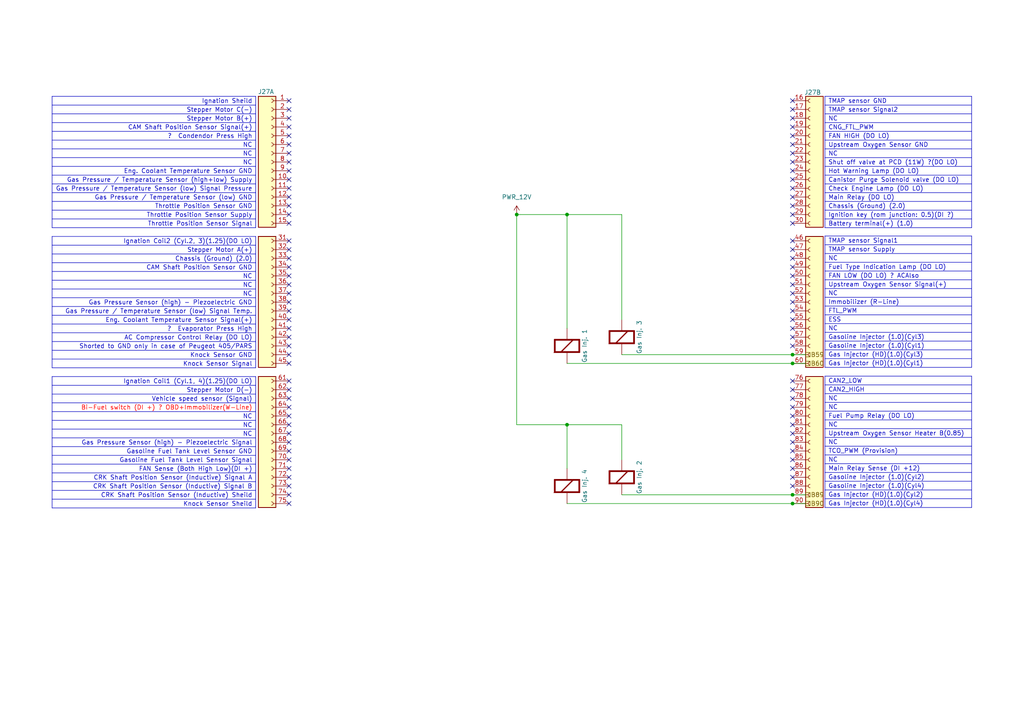
<source format=kicad_sch>
(kicad_sch (version 20250114) (generator "eeschema") (generator_version "9.0")
  (paper "A4")
  (lib_symbols
    (symbol "Elektuur_1:Re" (pin_numbers (hide yes)) (pin_names (offset 0) (hide yes))
      (property "Reference" "Re" (at 0.635 3.175 0))
      (property "Value" "Re" (at 0.635 -3.175 0))
      (symbol "Re_1_0"
        (pin passive line (at 0 5.08 270) (length 3.175) (name "+") (number "1"))
        (pin passive line (at 0 -5.08 90) (length 3.175) (name "-") (number "2"))
      )
      (symbol "Re_1_1"
        (polyline (pts (xy -3.683 -1.905) (xy 3.683 -1.905) (xy 3.683 1.905) (xy -3.683 1.905) (xy -3.683 -1.905) (xy -3.429 -1.651) (xy -3.429 1.651) (xy 3.429 1.651) (xy 3.429 -1.651) (xy -3.429 -1.651) (xy -3.683 -1.905)) (stroke (width 0.254)) (fill (type outline)))
        (polyline (pts (xy -1.778 -1.778) (xy 1.778 1.778)) (stroke (width 0.3556)))
      )
      (symbol "Re_1_2"
        (polyline (pts (xy -3.683 -1.905) (xy 3.683 -1.905) (xy 3.683 1.905) (xy -3.683 1.905) (xy -3.683 -1.905) (xy -3.429 -1.651) (xy -3.429 1.651) (xy 3.429 1.651) (xy 3.429 -1.651) (xy -3.429 -1.651) (xy -3.683 -1.905)) (stroke (width 0.254)) (fill (type outline)))
      )
    )
    (symbol "fab:PWR_12V" (power) (pin_names (offset 0))
      (property "Value" "PWR_12V" (at 0 3.556 0))
      (symbol "PWR_12V_0_1"
        (polyline (pts (xy -0.762 1.27) (xy 0 2.54)))
        (polyline (pts (xy 0 2.54) (xy 0.762 1.27)))
        (polyline (pts (xy 0 0) (xy 0 2.54)))
      )
      (symbol "PWR_12V_1_1"
        (pin power_in line (at 0 0 90) (length 0) (hide yes) (name "PWR_12V") (number "1"))
      )
    )
    (symbol "sicma_socket:Conn_01x90_3Row_Socket" (pin_names (offset 1.016) (hide yes))
      (property "Reference" "J" (at 1.524 60.833 0))
      (property "Value" "Conn_01x90_3Row_Socket" (at 1.397 -61.214 0))
      (symbol "Conn_01x90_3Row_Socket_1_1"
        (rectangle (start -0.508 59.69) (end 4.572 21.717) (stroke (width 0.254)) (fill (type background)))
        (polyline (pts (xy -0.508 58.42) (xy 0.254 58.42)) (stroke (width 0.1524)))
        (polyline (pts (xy -0.508 55.88) (xy 0.254 55.88)) (stroke (width 0.1524)))
        (polyline (pts (xy -0.508 53.34) (xy 0.254 53.34)) (stroke (width 0.1524)))
        (polyline (pts (xy -0.508 50.8) (xy 0.254 50.8)) (stroke (width 0.1524)))
        (polyline (pts (xy -0.508 48.26) (xy 0.254 48.26)) (stroke (width 0.1524)))
        (polyline (pts (xy -0.508 45.72) (xy 0.254 45.72)) (stroke (width 0.1524)))
        (polyline (pts (xy -0.508 43.18) (xy 0.254 43.18)) (stroke (width 0.1524)))
        (polyline (pts (xy -0.508 40.64) (xy 0.254 40.64)) (stroke (width 0.1524)))
        (polyline (pts (xy -0.508 38.1) (xy 0.254 38.1)) (stroke (width 0.1524)))
        (polyline (pts (xy -0.508 35.56) (xy 0.254 35.56)) (stroke (width 0.1524)))
        (polyline (pts (xy -0.508 33.02) (xy 0.254 33.02)) (stroke (width 0.1524)))
        (polyline (pts (xy -0.508 30.48) (xy 0.254 30.48)) (stroke (width 0.1524)))
        (polyline (pts (xy -0.508 27.94) (xy 0.254 27.94)) (stroke (width 0.1524)))
        (polyline (pts (xy -0.508 25.4) (xy 0.254 25.4)) (stroke (width 0.1524)))
        (polyline (pts (xy -0.508 22.86) (xy 0.254 22.86)) (stroke (width 0.1524)))
        (rectangle (start -0.508 19.05) (end 4.572 -18.923) (stroke (width 0.254)) (fill (type background)))
        (polyline (pts (xy -0.508 17.78) (xy 0.254 17.78)) (stroke (width 0.1524)))
        (polyline (pts (xy -0.508 15.24) (xy 0.254 15.24)) (stroke (width 0.1524)))
        (polyline (pts (xy -0.508 12.7) (xy 0.254 12.7)) (stroke (width 0.1524)))
        (polyline (pts (xy -0.508 10.16) (xy 0.254 10.16)) (stroke (width 0.1524)))
        (polyline (pts (xy -0.508 7.62) (xy 0.254 7.62)) (stroke (width 0.1524)))
        (polyline (pts (xy -0.508 5.08) (xy 0.254 5.08)) (stroke (width 0.1524)))
        (polyline (pts (xy -0.508 2.54) (xy 0.254 2.54)) (stroke (width 0.1524)))
        (polyline (pts (xy -0.508 0) (xy 0.254 0)) (stroke (width 0.1524)))
        (polyline (pts (xy -0.508 -2.54) (xy 0.254 -2.54)) (stroke (width 0.1524)))
        (polyline (pts (xy -0.508 -5.08) (xy 0.254 -5.08)) (stroke (width 0.1524)))
        (polyline (pts (xy -0.508 -7.62) (xy 0.254 -7.62)) (stroke (width 0.1524)))
        (polyline (pts (xy -0.508 -10.16) (xy 0.254 -10.16)) (stroke (width 0.1524)))
        (polyline (pts (xy -0.508 -12.7) (xy 0.254 -12.7)) (stroke (width 0.1524)))
        (polyline (pts (xy -0.508 -15.24) (xy 0.254 -15.24)) (stroke (width 0.1524)))
        (polyline (pts (xy -0.508 -17.78) (xy 0.254 -17.78)) (stroke (width 0.1524)))
        (rectangle (start -0.508 -21.59) (end 4.572 -59.563) (stroke (width 0.254)) (fill (type background)))
        (polyline (pts (xy -0.508 -22.86) (xy 0.254 -22.86)) (stroke (width 0.1524)))
        (polyline (pts (xy -0.508 -25.4) (xy 0.254 -25.4)) (stroke (width 0.1524)))
        (polyline (pts (xy -0.508 -27.94) (xy 0.254 -27.94)) (stroke (width 0.1524)))
        (polyline (pts (xy -0.508 -30.48) (xy 0.254 -30.48)) (stroke (width 0.1524)))
        (polyline (pts (xy -0.508 -33.02) (xy 0.254 -33.02)) (stroke (width 0.1524)))
        (polyline (pts (xy -0.508 -35.56) (xy 0.254 -35.56)) (stroke (width 0.1524)))
        (polyline (pts (xy -0.508 -38.1) (xy 0.254 -38.1)) (stroke (width 0.1524)))
        (polyline (pts (xy -0.508 -40.64) (xy 0.254 -40.64)) (stroke (width 0.1524)))
        (polyline (pts (xy -0.508 -43.18) (xy 0.254 -43.18)) (stroke (width 0.1524)))
        (polyline (pts (xy -0.508 -45.72) (xy 0.254 -45.72)) (stroke (width 0.1524)))
        (polyline (pts (xy -0.508 -48.26) (xy 0.254 -48.26)) (stroke (width 0.1524)))
        (polyline (pts (xy -0.508 -50.8) (xy 0.254 -50.8)) (stroke (width 0.1524)))
        (polyline (pts (xy -0.508 -53.34) (xy 0.254 -53.34)) (stroke (width 0.1524)))
        (polyline (pts (xy -0.508 -55.88) (xy 0.254 -55.88)) (stroke (width 0.1524)))
        (polyline (pts (xy -0.508 -58.42) (xy 0.254 -58.42)) (stroke (width 0.1524)))
        (arc (start 0.762 57.912) (mid 0.2562 58.42) (end 0.762 58.928) (stroke (width 0.1524)))
        (arc (start 0.762 55.372) (mid 0.2562 55.88) (end 0.762 56.388) (stroke (width 0.1524)))
        (arc (start 0.762 52.832) (mid 0.2562 53.34) (end 0.762 53.848) (stroke (width 0.1524)))
        (arc (start 0.762 50.292) (mid 0.2562 50.8) (end 0.762 51.308) (stroke (width 0.1524)))
        (arc (start 0.762 47.752) (mid 0.2562 48.26) (end 0.762 48.768) (stroke (width 0.1524)))
        (arc (start 0.762 45.212) (mid 0.2562 45.72) (end 0.762 46.228) (stroke (width 0.1524)))
        (arc (start 0.762 42.672) (mid 0.2562 43.18) (end 0.762 43.688) (stroke (width 0.1524)))
        (arc (start 0.762 40.132) (mid 0.2562 40.64) (end 0.762 41.148) (stroke (width 0.1524)))
        (arc (start 0.762 37.592) (mid 0.2562 38.1) (end 0.762 38.608) (stroke (width 0.1524)))
        (arc (start 0.762 35.052) (mid 0.2562 35.56) (end 0.762 36.068) (stroke (width 0.1524)))
        (arc (start 0.762 32.512) (mid 0.2562 33.02) (end 0.762 33.528) (stroke (width 0.1524)))
        (arc (start 0.762 29.972) (mid 0.2562 30.48) (end 0.762 30.988) (stroke (width 0.1524)))
        (arc (start 0.762 27.432) (mid 0.2562 27.94) (end 0.762 28.448) (stroke (width 0.1524)))
        (arc (start 0.762 24.892) (mid 0.2562 25.4) (end 0.762 25.908) (stroke (width 0.1524)))
        (arc (start 0.762 22.352) (mid 0.2562 22.86) (end 0.762 23.368) (stroke (width 0.1524)))
        (arc (start 0.762 17.272) (mid 0.2562 17.78) (end 0.762 18.288) (stroke (width 0.1524)))
        (arc (start 0.762 14.732) (mid 0.2562 15.24) (end 0.762 15.748) (stroke (width 0.1524)))
        (arc (start 0.762 12.192) (mid 0.2562 12.7) (end 0.762 13.208) (stroke (width 0.1524)))
        (arc (start 0.762 9.652) (mid 0.2562 10.16) (end 0.762 10.668) (stroke (width 0.1524)))
        (arc (start 0.762 7.112) (mid 0.2562 7.62) (end 0.762 8.128) (stroke (width 0.1524)))
        (arc (start 0.762 4.572) (mid 0.2562 5.08) (end 0.762 5.588) (stroke (width 0.1524)))
        (arc (start 0.762 2.032) (mid 0.2562 2.54) (end 0.762 3.048) (stroke (width 0.1524)))
        (arc (start 0.762 -0.508) (mid 0.2562 0) (end 0.762 0.508) (stroke (width 0.1524)))
        (arc (start 0.762 -3.048) (mid 0.2562 -2.54) (end 0.762 -2.032) (stroke (width 0.1524)))
        (arc (start 0.762 -5.588) (mid 0.2562 -5.08) (end 0.762 -4.572) (stroke (width 0.1524)))
        (arc (start 0.762 -8.128) (mid 0.2562 -7.62) (end 0.762 -7.112) (stroke (width 0.1524)))
        (arc (start 0.762 -10.668) (mid 0.2562 -10.16) (end 0.762 -9.652) (stroke (width 0.1524)))
        (arc (start 0.762 -13.208) (mid 0.2562 -12.7) (end 0.762 -12.192) (stroke (width 0.1524)))
        (arc (start 0.762 -15.748) (mid 0.2562 -15.24) (end 0.762 -14.732) (stroke (width 0.1524)))
        (arc (start 0.762 -18.288) (mid 0.2562 -17.78) (end 0.762 -17.272) (stroke (width 0.1524)))
        (arc (start 0.762 -23.368) (mid 0.2562 -22.86) (end 0.762 -22.352) (stroke (width 0.1524)))
        (arc (start 0.762 -25.908) (mid 0.2562 -25.4) (end 0.762 -24.892) (stroke (width 0.1524)))
        (arc (start 0.762 -28.448) (mid 0.2562 -27.94) (end 0.762 -27.432) (stroke (width 0.1524)))
        (arc (start 0.762 -30.988) (mid 0.2562 -30.48) (end 0.762 -29.972) (stroke (width 0.1524)))
        (arc (start 0.762 -33.528) (mid 0.2562 -33.02) (end 0.762 -32.512) (stroke (width 0.1524)))
        (arc (start 0.762 -36.068) (mid 0.2562 -35.56) (end 0.762 -35.052) (stroke (width 0.1524)))
        (arc (start 0.762 -38.608) (mid 0.2562 -38.1) (end 0.762 -37.592) (stroke (width 0.1524)))
        (arc (start 0.762 -41.148) (mid 0.2562 -40.64) (end 0.762 -40.132) (stroke (width 0.1524)))
        (arc (start 0.762 -43.688) (mid 0.2562 -43.18) (end 0.762 -42.672) (stroke (width 0.1524)))
        (arc (start 0.762 -46.228) (mid 0.2562 -45.72) (end 0.762 -45.212) (stroke (width 0.1524)))
        (arc (start 0.762 -48.768) (mid 0.2562 -48.26) (end 0.762 -47.752) (stroke (width 0.1524)))
        (arc (start 0.762 -51.308) (mid 0.2562 -50.8) (end 0.762 -50.292) (stroke (width 0.1524)))
        (arc (start 0.762 -53.848) (mid 0.2562 -53.34) (end 0.762 -52.832) (stroke (width 0.1524)))
        (arc (start 0.762 -56.388) (mid 0.2562 -55.88) (end 0.762 -55.372) (stroke (width 0.1524)))
        (arc (start 0.762 -58.928) (mid 0.2562 -58.42) (end 0.762 -57.912) (stroke (width 0.1524)))
        (pin passive line (at -4.318 58.42 0) (length 3.81) (name "A1") (number "1"))
        (pin passive line (at -4.318 55.88 0) (length 3.81) (name "A2") (number "2"))
        (pin passive line (at -4.318 53.34 0) (length 3.81) (name "A3") (number "3"))
        (pin passive line (at -4.318 50.8 0) (length 3.81) (name "A4") (number "4"))
        (pin passive line (at -4.318 48.26 0) (length 3.81) (name "A5") (number "5"))
        (pin passive line (at -4.318 45.72 0) (length 3.81) (name "A6") (number "6"))
        (pin passive line (at -4.318 43.18 0) (length 3.81) (name "A7") (number "7"))
        (pin passive line (at -4.318 40.64 0) (length 3.81) (name "A8") (number "8"))
        (pin passive line (at -4.318 38.1 0) (length 3.81) (name "A9") (number "9"))
        (pin passive line (at -4.318 35.56 0) (length 3.81) (name "A10") (number "10"))
        (pin passive line (at -4.318 33.02 0) (length 3.81) (name "A11") (number "11"))
        (pin passive line (at -4.318 30.48 0) (length 3.81) (name "A12") (number "12"))
        (pin passive line (at -4.318 27.94 0) (length 3.81) (name "A13") (number "13"))
        (pin passive line (at -4.318 25.4 0) (length 3.81) (name "A14") (number "14"))
        (pin passive line (at -4.318 22.86 0) (length 3.81) (name "A15") (number "15"))
        (pin passive line (at -4.318 17.78 0) (length 3.81) (name "A31") (number "31"))
        (pin passive line (at -4.318 15.24 0) (length 3.81) (name "A32") (number "32"))
        (pin passive line (at -4.318 12.7 0) (length 3.81) (name "A33") (number "33"))
        (pin passive line (at -4.318 10.16 0) (length 3.81) (name "A34") (number "34"))
        (pin passive line (at -4.318 7.62 0) (length 3.81) (name "A35") (number "35"))
        (pin passive line (at -4.318 5.08 0) (length 3.81) (name "A36") (number "36"))
        (pin passive line (at -4.318 2.54 0) (length 3.81) (name "A37") (number "37"))
        (pin passive line (at -4.318 0 0) (length 3.81) (name "A38") (number "38"))
        (pin passive line (at -4.318 -2.54 0) (length 3.81) (name "A39") (number "39"))
        (pin passive line (at -4.318 -5.08 0) (length 3.81) (name "A40") (number "40"))
        (pin passive line (at -4.318 -7.62 0) (length 3.81) (name "A41") (number "41"))
        (pin passive line (at -4.318 -10.16 0) (length 3.81) (name "A42") (number "42"))
        (pin passive line (at -4.318 -12.7 0) (length 3.81) (name "A43") (number "43"))
        (pin passive line (at -4.318 -15.24 0) (length 3.81) (name "A44") (number "44"))
        (pin passive line (at -4.318 -17.78 0) (length 3.81) (name "A45") (number "45"))
        (pin passive line (at -4.318 -22.86 0) (length 3.81) (name "A61") (number "61"))
        (pin passive line (at -4.318 -25.4 0) (length 3.81) (name "A62") (number "62"))
        (pin passive line (at -4.318 -27.94 0) (length 3.81) (name "A63") (number "63"))
        (pin passive line (at -4.318 -30.48 0) (length 3.81) (name "A64") (number "64"))
        (pin passive line (at -4.318 -33.02 0) (length 3.81) (name "A65") (number "65"))
        (pin passive line (at -4.318 -35.56 0) (length 3.81) (name "A66") (number "66"))
        (pin passive line (at -4.318 -38.1 0) (length 3.81) (name "A67") (number "67"))
        (pin passive line (at -4.318 -40.64 0) (length 3.81) (name "A68") (number "68"))
        (pin passive line (at -4.318 -43.18 0) (length 3.81) (name "A69") (number "69"))
        (pin passive line (at -4.318 -45.72 0) (length 3.81) (name "A70") (number "70"))
        (pin passive line (at -4.318 -48.26 0) (length 3.81) (name "A71") (number "71"))
        (pin passive line (at -4.318 -50.8 0) (length 3.81) (name "A72") (number "72"))
        (pin passive line (at -4.318 -53.34 0) (length 3.81) (name "A73") (number "73"))
        (pin passive line (at -4.318 -55.88 0) (length 3.81) (name "A74") (number "74"))
        (pin passive line (at -4.318 -58.42 0) (length 3.81) (name "A75") (number "75"))
      )
      (symbol "Conn_01x90_3Row_Socket_2_1"
        (rectangle (start -0.508 59.69) (end 4.572 21.717) (stroke (width 0.254)) (fill (type background)))
        (polyline (pts (xy -0.508 58.42) (xy 0.254 58.42)) (stroke (width 0.1524)))
        (polyline (pts (xy -0.508 55.88) (xy 0.254 55.88)) (stroke (width 0.1524)))
        (polyline (pts (xy -0.508 53.34) (xy 0.254 53.34)) (stroke (width 0.1524)))
        (polyline (pts (xy -0.508 50.8) (xy 0.254 50.8)) (stroke (width 0.1524)))
        (polyline (pts (xy -0.508 48.26) (xy 0.254 48.26)) (stroke (width 0.1524)))
        (polyline (pts (xy -0.508 45.72) (xy 0.254 45.72)) (stroke (width 0.1524)))
        (polyline (pts (xy -0.508 43.18) (xy 0.254 43.18)) (stroke (width 0.1524)))
        (polyline (pts (xy -0.508 40.64) (xy 0.254 40.64)) (stroke (width 0.1524)))
        (polyline (pts (xy -0.508 38.1) (xy 0.254 38.1)) (stroke (width 0.1524)))
        (polyline (pts (xy -0.508 35.56) (xy 0.254 35.56)) (stroke (width 0.1524)))
        (polyline (pts (xy -0.508 33.02) (xy 0.254 33.02)) (stroke (width 0.1524)))
        (polyline (pts (xy -0.508 30.48) (xy 0.254 30.48)) (stroke (width 0.1524)))
        (polyline (pts (xy -0.508 27.94) (xy 0.254 27.94)) (stroke (width 0.1524)))
        (polyline (pts (xy -0.508 25.4) (xy 0.254 25.4)) (stroke (width 0.1524)))
        (polyline (pts (xy -0.508 22.86) (xy 0.254 22.86)) (stroke (width 0.1524)))
        (rectangle (start -0.508 19.05) (end 4.572 -18.923) (stroke (width 0.254)) (fill (type background)))
        (polyline (pts (xy -0.508 17.78) (xy 0.254 17.78)) (stroke (width 0.1524)))
        (polyline (pts (xy -0.508 15.24) (xy 0.254 15.24)) (stroke (width 0.1524)))
        (polyline (pts (xy -0.508 12.7) (xy 0.254 12.7)) (stroke (width 0.1524)))
        (polyline (pts (xy -0.508 10.16) (xy 0.254 10.16)) (stroke (width 0.1524)))
        (polyline (pts (xy -0.508 7.62) (xy 0.254 7.62)) (stroke (width 0.1524)))
        (polyline (pts (xy -0.508 5.08) (xy 0.254 5.08)) (stroke (width 0.1524)))
        (polyline (pts (xy -0.508 2.54) (xy 0.254 2.54)) (stroke (width 0.1524)))
        (polyline (pts (xy -0.508 0) (xy 0.254 0)) (stroke (width 0.1524)))
        (polyline (pts (xy -0.508 -2.54) (xy 0.254 -2.54)) (stroke (width 0.1524)))
        (polyline (pts (xy -0.508 -5.08) (xy 0.254 -5.08)) (stroke (width 0.1524)))
        (polyline (pts (xy -0.508 -7.62) (xy 0.254 -7.62)) (stroke (width 0.1524)))
        (polyline (pts (xy -0.508 -10.16) (xy 0.254 -10.16)) (stroke (width 0.1524)))
        (polyline (pts (xy -0.508 -12.7) (xy 0.254 -12.7)) (stroke (width 0.1524)))
        (polyline (pts (xy -0.508 -15.24) (xy 0.254 -15.24)) (stroke (width 0.1524)))
        (polyline (pts (xy -0.508 -17.78) (xy 0.254 -17.78)) (stroke (width 0.1524)))
        (rectangle (start -0.508 -21.59) (end 4.572 -59.563) (stroke (width 0.254)) (fill (type background)))
        (polyline (pts (xy -0.508 -22.86) (xy 0.254 -22.86)) (stroke (width 0.1524)))
        (polyline (pts (xy -0.508 -25.4) (xy 0.254 -25.4)) (stroke (width 0.1524)))
        (polyline (pts (xy -0.508 -27.94) (xy 0.254 -27.94)) (stroke (width 0.1524)))
        (polyline (pts (xy -0.508 -30.48) (xy 0.254 -30.48)) (stroke (width 0.1524)))
        (polyline (pts (xy -0.508 -33.02) (xy 0.254 -33.02)) (stroke (width 0.1524)))
        (polyline (pts (xy -0.508 -35.56) (xy 0.254 -35.56)) (stroke (width 0.1524)))
        (polyline (pts (xy -0.508 -38.1) (xy 0.254 -38.1)) (stroke (width 0.1524)))
        (polyline (pts (xy -0.508 -40.64) (xy 0.254 -40.64)) (stroke (width 0.1524)))
        (polyline (pts (xy -0.508 -43.18) (xy 0.254 -43.18)) (stroke (width 0.1524)))
        (polyline (pts (xy -0.508 -45.72) (xy 0.254 -45.72)) (stroke (width 0.1524)))
        (polyline (pts (xy -0.508 -48.26) (xy 0.254 -48.26)) (stroke (width 0.1524)))
        (polyline (pts (xy -0.508 -50.8) (xy 0.254 -50.8)) (stroke (width 0.1524)))
        (polyline (pts (xy -0.508 -53.34) (xy 0.254 -53.34)) (stroke (width 0.1524)))
        (polyline (pts (xy -0.508 -55.88) (xy 0.254 -55.88)) (stroke (width 0.1524)))
        (polyline (pts (xy -0.508 -58.42) (xy 0.254 -58.42)) (stroke (width 0.1524)))
        (arc (start 0.762 57.912) (mid 0.2562 58.42) (end 0.762 58.928) (stroke (width 0.1524)))
        (arc (start 0.762 55.372) (mid 0.2562 55.88) (end 0.762 56.388) (stroke (width 0.1524)))
        (arc (start 0.762 52.832) (mid 0.2562 53.34) (end 0.762 53.848) (stroke (width 0.1524)))
        (arc (start 0.762 50.292) (mid 0.2562 50.8) (end 0.762 51.308) (stroke (width 0.1524)))
        (arc (start 0.762 47.752) (mid 0.2562 48.26) (end 0.762 48.768) (stroke (width 0.1524)))
        (arc (start 0.762 45.212) (mid 0.2562 45.72) (end 0.762 46.228) (stroke (width 0.1524)))
        (arc (start 0.762 42.672) (mid 0.2562 43.18) (end 0.762 43.688) (stroke (width 0.1524)))
        (arc (start 0.762 40.132) (mid 0.2562 40.64) (end 0.762 41.148) (stroke (width 0.1524)))
        (arc (start 0.762 37.592) (mid 0.2562 38.1) (end 0.762 38.608) (stroke (width 0.1524)))
        (arc (start 0.762 35.052) (mid 0.2562 35.56) (end 0.762 36.068) (stroke (width 0.1524)))
        (arc (start 0.762 32.512) (mid 0.2562 33.02) (end 0.762 33.528) (stroke (width 0.1524)))
        (arc (start 0.762 29.972) (mid 0.2562 30.48) (end 0.762 30.988) (stroke (width 0.1524)))
        (arc (start 0.762 27.432) (mid 0.2562 27.94) (end 0.762 28.448) (stroke (width 0.1524)))
        (arc (start 0.762 24.892) (mid 0.2562 25.4) (end 0.762 25.908) (stroke (width 0.1524)))
        (arc (start 0.762 22.352) (mid 0.2562 22.86) (end 0.762 23.368) (stroke (width 0.1524)))
        (arc (start 0.762 17.272) (mid 0.2562 17.78) (end 0.762 18.288) (stroke (width 0.1524)))
        (arc (start 0.762 14.732) (mid 0.2562 15.24) (end 0.762 15.748) (stroke (width 0.1524)))
        (arc (start 0.762 12.192) (mid 0.2562 12.7) (end 0.762 13.208) (stroke (width 0.1524)))
        (arc (start 0.762 9.652) (mid 0.2562 10.16) (end 0.762 10.668) (stroke (width 0.1524)))
        (arc (start 0.762 7.112) (mid 0.2562 7.62) (end 0.762 8.128) (stroke (width 0.1524)))
        (arc (start 0.762 4.572) (mid 0.2562 5.08) (end 0.762 5.588) (stroke (width 0.1524)))
        (arc (start 0.762 2.032) (mid 0.2562 2.54) (end 0.762 3.048) (stroke (width 0.1524)))
        (arc (start 0.762 -0.508) (mid 0.2562 0) (end 0.762 0.508) (stroke (width 0.1524)))
        (arc (start 0.762 -3.048) (mid 0.2562 -2.54) (end 0.762 -2.032) (stroke (width 0.1524)))
        (arc (start 0.762 -5.588) (mid 0.2562 -5.08) (end 0.762 -4.572) (stroke (width 0.1524)))
        (arc (start 0.762 -8.128) (mid 0.2562 -7.62) (end 0.762 -7.112) (stroke (width 0.1524)))
        (arc (start 0.762 -10.668) (mid 0.2562 -10.16) (end 0.762 -9.652) (stroke (width 0.1524)))
        (arc (start 0.762 -13.208) (mid 0.2562 -12.7) (end 0.762 -12.192) (stroke (width 0.1524)))
        (arc (start 0.762 -15.748) (mid 0.2562 -15.24) (end 0.762 -14.732) (stroke (width 0.1524)))
        (arc (start 0.762 -18.288) (mid 0.2562 -17.78) (end 0.762 -17.272) (stroke (width 0.1524)))
        (arc (start 0.762 -23.368) (mid 0.2562 -22.86) (end 0.762 -22.352) (stroke (width 0.1524)))
        (arc (start 0.762 -25.908) (mid 0.2562 -25.4) (end 0.762 -24.892) (stroke (width 0.1524)))
        (arc (start 0.762 -28.448) (mid 0.2562 -27.94) (end 0.762 -27.432) (stroke (width 0.1524)))
        (arc (start 0.762 -30.988) (mid 0.2562 -30.48) (end 0.762 -29.972) (stroke (width 0.1524)))
        (arc (start 0.762 -33.528) (mid 0.2562 -33.02) (end 0.762 -32.512) (stroke (width 0.1524)))
        (arc (start 0.762 -36.068) (mid 0.2562 -35.56) (end 0.762 -35.052) (stroke (width 0.1524)))
        (arc (start 0.762 -38.608) (mid 0.2562 -38.1) (end 0.762 -37.592) (stroke (width 0.1524)))
        (arc (start 0.762 -41.148) (mid 0.2562 -40.64) (end 0.762 -40.132) (stroke (width 0.1524)))
        (arc (start 0.762 -43.688) (mid 0.2562 -43.18) (end 0.762 -42.672) (stroke (width 0.1524)))
        (arc (start 0.762 -46.228) (mid 0.2562 -45.72) (end 0.762 -45.212) (stroke (width 0.1524)))
        (arc (start 0.762 -48.768) (mid 0.2562 -48.26) (end 0.762 -47.752) (stroke (width 0.1524)))
        (arc (start 0.762 -51.308) (mid 0.2562 -50.8) (end 0.762 -50.292) (stroke (width 0.1524)))
        (arc (start 0.762 -53.848) (mid 0.2562 -53.34) (end 0.762 -52.832) (stroke (width 0.1524)))
        (arc (start 0.762 -56.388) (mid 0.2562 -55.88) (end 0.762 -55.372) (stroke (width 0.1524)))
        (arc (start 0.762 -58.928) (mid 0.2562 -58.42) (end 0.762 -57.912) (stroke (width 0.1524)))
        (pin passive line (at -4.318 58.42 0) (length 3.81) (name "B16") (number "16"))
        (pin passive line (at -4.318 55.88 0) (length 3.81) (name "B17") (number "17"))
        (pin passive line (at -4.318 53.34 0) (length 3.81) (name "B18") (number "18"))
        (pin passive line (at -4.318 50.8 0) (length 3.81) (name "B19") (number "19"))
        (pin passive line (at -4.318 48.26 0) (length 3.81) (name "B20") (number "20"))
        (pin passive line (at -4.318 45.72 0) (length 3.81) (name "B21") (number "21"))
        (pin passive line (at -4.318 43.18 0) (length 3.81) (name "B22") (number "22"))
        (pin passive line (at -4.318 40.64 0) (length 3.81) (name "B23") (number "23"))
        (pin passive line (at -4.318 38.1 0) (length 3.81) (name "B24") (number "24"))
        (pin passive line (at -4.318 35.56 0) (length 3.81) (name "B25") (number "25"))
        (pin passive line (at -4.318 33.02 0) (length 3.81) (name "B26") (number "26"))
        (pin passive line (at -4.318 30.48 0) (length 3.81) (name "B27") (number "27"))
        (pin passive line (at -4.318 27.94 0) (length 3.81) (name "B28") (number "28"))
        (pin passive line (at -4.318 25.4 0) (length 3.81) (name "B29") (number "29"))
        (pin passive line (at -4.318 22.86 0) (length 3.81) (name "B30") (number "30"))
        (pin passive line (at -4.318 17.78 0) (length 3.81) (name "B46") (number "46"))
        (pin passive line (at -4.318 15.24 0) (length 3.81) (name "B47") (number "47"))
        (pin passive line (at -4.318 12.7 0) (length 3.81) (name "B48") (number "48"))
        (pin passive line (at -4.318 10.16 0) (length 3.81) (name "B49") (number "49"))
        (pin passive line (at -4.318 7.62 0) (length 3.81) (name "B50") (number "50"))
        (pin passive line (at -4.318 5.08 0) (length 3.81) (name "B51") (number "51"))
        (pin passive line (at -4.318 2.54 0) (length 3.81) (name "B52") (number "52"))
        (pin passive line (at -4.318 0 0) (length 3.81) (name "B53") (number "53"))
        (pin passive line (at -4.318 -2.54 0) (length 3.81) (name "B54") (number "54"))
        (pin passive line (at -4.318 -5.08 0) (length 3.81) (name "B55") (number "55"))
        (pin passive line (at -4.318 -7.62 0) (length 3.81) (name "B56") (number "56"))
        (pin passive line (at -4.318 -10.16 0) (length 3.81) (name "B57") (number "57"))
        (pin passive line (at -4.318 -12.7 0) (length 3.81) (name "B58") (number "58"))
        (pin passive line (at -4.318 -15.24 0) (length 3.81) (name "B59") (number "59"))
        (pin passive line (at -4.318 -17.78 0) (length 3.81) (name "B60") (number "60"))
        (pin passive line (at -4.318 -22.86 0) (length 3.81) (name "B76") (number "76"))
        (pin passive line (at -4.318 -25.4 0) (length 3.81) (name "B77") (number "77"))
        (pin passive line (at -4.318 -27.94 0) (length 3.81) (name "B78") (number "78"))
        (pin passive line (at -4.318 -30.48 0) (length 3.81) (name "B79") (number "79"))
        (pin passive line (at -4.318 -33.02 0) (length 3.81) (name "B80") (number "80"))
        (pin passive line (at -4.318 -35.56 0) (length 3.81) (name "B81") (number "81"))
        (pin passive line (at -4.318 -38.1 0) (length 3.81) (name "B82") (number "82"))
        (pin passive line (at -4.318 -40.64 0) (length 3.81) (name "B83") (number "83"))
        (pin passive line (at -4.318 -43.18 0) (length 3.81) (name "B84") (number "84"))
        (pin passive line (at -4.318 -45.72 0) (length 3.81) (name "B85") (number "85"))
        (pin passive line (at -4.318 -48.26 0) (length 3.81) (name "B86") (number "86"))
        (pin passive line (at -4.318 -50.8 0) (length 3.81) (name "B87") (number "87"))
        (pin passive line (at -4.318 -53.34 0) (length 3.81) (name "B88") (number "88"))
        (pin passive line (at -4.318 -55.88 0) (length 3.81) (name "B89") (number "89"))
        (pin passive line (at -4.318 -58.42 0) (length 3.81) (name "B90") (number "90"))
      )
    )
  )
  (junction (at 229.87 105.41))
  (junction (at 149.86 62.23))
  (junction (at 229.87 143.51))
  (junction (at 164.465 62.23))
  (junction (at 229.87 102.87))
  (junction (at 229.87 146.05))
  (junction (at 164.465 123.19))
  (no_connect (at 83.82 130.81))
  (no_connect (at 229.87 29.21))
  (no_connect (at 229.87 82.55))
  (no_connect (at 229.87 100.33))
  (no_connect (at 83.82 138.43))
  (no_connect (at 83.82 62.23))
  (no_connect (at 229.87 92.71))
  (no_connect (at 229.87 57.15))
  (no_connect (at 83.82 36.83))
  (no_connect (at 229.87 118.11))
  (no_connect (at 229.87 138.43))
  (no_connect (at 229.87 128.27))
  (no_connect (at 229.87 31.75))
  (no_connect (at 229.87 62.23))
  (no_connect (at 83.82 74.93))
  (no_connect (at 229.87 64.77))
  (no_connect (at 83.82 90.17))
  (no_connect (at 229.87 36.83))
  (no_connect (at 83.82 95.25))
  (no_connect (at 83.82 125.73))
  (no_connect (at 83.82 34.29))
  (no_connect (at 83.82 97.79))
  (no_connect (at 229.87 90.17))
  (no_connect (at 229.87 85.09))
  (no_connect (at 229.87 34.29))
  (no_connect (at 229.87 80.01))
  (no_connect (at 83.82 87.63))
  (no_connect (at 229.87 120.65))
  (no_connect (at 83.82 31.75))
  (no_connect (at 83.82 52.07))
  (no_connect (at 83.82 92.71))
  (no_connect (at 83.82 44.45))
  (no_connect (at 229.87 113.03))
  (no_connect (at 229.87 39.37))
  (no_connect (at 83.82 39.37))
  (no_connect (at 83.82 118.11))
  (no_connect (at 83.82 115.57))
  (no_connect (at 83.82 100.33))
  (no_connect (at 83.82 29.21))
  (no_connect (at 83.82 105.41))
  (no_connect (at 83.82 123.19))
  (no_connect (at 83.82 120.65))
  (no_connect (at 229.87 135.89))
  (no_connect (at 83.82 140.97))
  (no_connect (at 83.82 54.61))
  (no_connect (at 83.82 85.09))
  (no_connect (at 229.87 41.91))
  (no_connect (at 83.82 69.85))
  (no_connect (at 229.87 74.93))
  (no_connect (at 229.87 140.97))
  (no_connect (at 229.87 130.81))
  (no_connect (at 83.82 77.47))
  (no_connect (at 229.87 87.63))
  (no_connect (at 229.87 49.53))
  (no_connect (at 229.87 95.25))
  (no_connect (at 83.82 82.55))
  (no_connect (at 83.82 143.51))
  (no_connect (at 229.87 54.61))
  (no_connect (at 83.82 64.77))
  (no_connect (at 229.87 44.45))
  (no_connect (at 229.87 69.85))
  (no_connect (at 83.82 135.89))
  (no_connect (at 229.87 46.99))
  (no_connect (at 83.82 46.99))
  (no_connect (at 83.82 110.49))
  (no_connect (at 83.82 59.69))
  (no_connect (at 229.87 125.73))
  (no_connect (at 229.87 133.35))
  (no_connect (at 229.87 97.79))
  (no_connect (at 83.82 128.27))
  (no_connect (at 229.87 123.19))
  (no_connect (at 83.82 72.39))
  (no_connect (at 229.87 52.07))
  (no_connect (at 229.87 115.57))
  (no_connect (at 83.82 57.15))
  (no_connect (at 229.87 77.47))
  (no_connect (at 83.82 102.87))
  (no_connect (at 83.82 133.35))
  (no_connect (at 229.87 110.49))
  (no_connect (at 83.82 41.91))
  (no_connect (at 83.82 146.05))
  (no_connect (at 83.82 113.03))
  (no_connect (at 229.87 59.69))
  (no_connect (at 83.82 80.01))
  (no_connect (at 83.82 49.53))
  (no_connect (at 229.87 72.39))
  (wire (pts (xy 164.465 123.19) (xy 149.86 123.19)))
  (wire (pts (xy 164.465 123.19) (xy 164.465 135.89)))
  (wire (pts (xy 180.34 102.87) (xy 229.87 102.87)))
  (wire (pts (xy 164.465 62.23) (xy 180.34 62.23)))
  (wire (pts (xy 180.34 123.19) (xy 164.465 123.19)))
  (wire (pts (xy 164.465 146.05) (xy 229.87 146.05)))
  (wire (pts (xy 149.86 62.23) (xy 164.465 62.23)))
  (wire (pts (xy 229.87 102.87) (xy 233.68 102.87)))
  (wire (pts (xy 180.34 123.19) (xy 180.34 133.35)))
  (wire (pts (xy 229.87 146.05) (xy 233.68 146.05)))
  (wire (pts (xy 180.34 143.51) (xy 229.87 143.51)))
  (wire (pts (xy 149.86 123.19) (xy 149.86 62.23)))
  (wire (pts (xy 229.87 105.41) (xy 233.68 105.41)))
  (wire (pts (xy 229.87 143.51) (xy 233.68 143.51)))
  (wire (pts (xy 180.34 92.71) (xy 180.34 62.23)))
  (wire (pts (xy 164.465 105.41) (xy 229.87 105.41)))
  (wire (pts (xy 164.465 95.25) (xy 164.465 62.23)))
  (table (column_count 1) (border (external yes) (header yes)) (separators (rows yes) (cols yes)) (column_widths 42.545) (row_heights 2.54 2.54 2.54 2.54 2.54 2.54 2.54 2.54 2.54 2.54 2.54 2.54 2.54 2.54 2.54) (cells (table_cell "CAN2_LOW" (at 239.268 109.093 0) (size 42.545 2.54) (margins 0.9525 0.9525 0.9525 0.9525) (span 1 1)) (table_cell "CAN2_HIGH" (at 239.268 111.633 0) (size 42.545 2.54) (margins 0.9525 0.9525 0.9525 0.9525) (span 1 1)) (table_cell "NC" (at 239.268 114.173 0) (size 42.545 2.54) (margins 0.9525 0.9525 0.9525 0.9525) (span 1 1)) (table_cell "NC" (at 239.268 116.713 0) (size 42.545 2.54) (margins 0.9525 0.9525 0.9525 0.9525) (span 1 1)) (table_cell "Fuel Pump Relay (DO LO)" (at 239.268 119.253 0) (size 42.545 2.54) (margins 0.9525 0.9525 0.9525 0.9525) (span 1 1)) (table_cell "NC" (at 239.268 121.793 0) (size 42.545 2.54) (margins 0.9525 0.9525 0.9525 0.9525) (span 1 1)) (table_cell "Upstream Oxygen Sensor Heater B(0.85)" (at 239.268 124.333 0) (size 42.545 2.54) (margins 0.9525 0.9525 0.9525 0.9525) (span 1 1)) (table_cell "NC" (at 239.268 126.873 0) (size 42.545 2.54) (margins 0.9525 0.9525 0.9525 0.9525) (span 1 1)) (table_cell "TCO_PWM (Provision)" (at 239.268 129.413 0) (size 42.545 2.54) (margins 0.9525 0.9525 0.9525 0.9525) (span 1 1)) (table_cell "NC" (at 239.268 131.953 0) (size 42.545 2.54) (margins 0.9525 0.9525 0.9525 0.9525) (span 1 1)) (table_cell "Main Relay Sense (DI +12)" (at 239.268 134.493 0) (size 42.545 2.54) (margins 0.9525 0.9525 0.9525 0.9525) (span 1 1)) (table_cell "Gasoline Injector (1.0)(Cyl2)" (at 239.268 137.033 0) (size 42.545 2.54) (margins 0.9525 0.9525 0.9525 0.9525) (span 1 1)) (table_cell "Gasoline Injector (1.0)(Cyl4)" (at 239.268 139.573 0) (size 42.545 2.54) (margins 0.9525 0.9525 0.9525 0.9525) (span 1 1)) (table_cell "Gas Injector (HD)(1.0)(Cyl2)" (at 239.268 142.113 0) (size 42.545 2.54) (margins 0.9525 0.9525 0.9525 0.9525) (span 1 1)) (table_cell "Gas Injector (HD)(1.0)(Cyl4)" (at 239.268 144.653 0) (size 42.545 2.54) (margins 0.9525 0.9525 0.9525 0.9525) (span 1 1))))
  (table (column_count 1) (border (external yes) (header no)) (separators (rows yes) (cols no)) (column_widths 59.055) (row_heights 2.54 2.54 2.54 2.54 2.54 2.54 2.54 2.54 2.54 2.54 2.54 2.54 2.54 2.54 2.54) (cells (table_cell "Ignation Sheild" (at 15.113 27.94 0) (size 59.055 2.54) (margins 0.9525 0.9525 0.9525 0.9525) (span 1 1)) (table_cell "Stepper Motor C(-)" (at 15.113 30.48 0) (size 59.055 2.54) (margins 0.9525 0.9525 0.9525 0.9525) (span 1 1)) (table_cell "Stepper Motor B(+)" (at 15.113 33.02 0) (size 59.055 2.54) (margins 0.9525 0.9525 0.9525 0.9525) (span 1 1)) (table_cell "CAM Shaft Position Sensor Signal(+)" (at 15.113 35.56 0) (size 59.055 2.54) (margins 0.9525 0.9525 0.9525 0.9525) (span 1 1)) (table_cell "?  Condendor Press High" (at 15.113 38.1 0) (size 59.055 2.54) (margins 0.9525 0.9525 0.9525 0.9525) (span 1 1)) (table_cell "NC" (at 15.113 40.64 0) (size 59.055 2.54) (margins 0.9525 0.9525 0.9525 0.9525) (span 1 1)) (table_cell "NC" (at 15.113 43.18 0) (size 59.055 2.54) (margins 0.9525 0.9525 0.9525 0.9525) (span 1 1)) (table_cell "NC" (at 15.113 45.72 0) (size 59.055 2.54) (margins 0.9525 0.9525 0.9525 0.9525) (span 1 1)) (table_cell "Eng. Coolant Temperature Sensor GND" (at 15.113 48.26 0) (size 59.055 2.54) (margins 0.9525 0.9525 0.9525 0.9525) (span 1 1)) (table_cell "Gas Pressure / Temperature Sensor (high+low) Supply" (at 15.113 50.8 0) (size 59.055 2.54) (margins 0.9525 0.9525 0.9525 0.9525) (span 1 1)) (table_cell "Gas Pressure / Temperature Sensor (low) Signal Pressure" (at 15.113 53.34 0) (size 59.055 2.54) (margins 0.9525 0.9525 0.9525 0.9525) (span 1 1)) (table_cell "Gas Pressure / Temperature Sensor (low) GND" (at 15.113 55.88 0) (size 59.055 2.54) (margins 0.9525 0.9525 0.9525 0.9525) (span 1 1)) (table_cell "Throttle Position Sensor GND" (at 15.113 58.42 0) (size 59.055 2.54) (margins 0.9525 0.9525 0.9525 0.9525) (span 1 1)) (table_cell "Throttle Position Sensor Supply" (at 15.113 60.96 0) (size 59.055 2.54) (margins 0.9525 0.9525 0.9525 0.9525) (span 1 1)) (table_cell "Throttle Position Sensor Signal" (at 15.113 63.5 0) (size 59.055 2.54) (margins 0.9525 0.9525 0.9525 0.9525) (span 1 1))))
  (table (column_count 1) (border (external yes) (header yes)) (separators (rows yes) (cols yes)) (column_widths 42.545) (row_heights 2.54 2.54 2.54 2.54 2.54 2.54 2.54 2.54 2.54 2.54 2.54 2.54 2.54 2.54 2.54) (cells (table_cell "TMAP sensor Signal1" (at 239.268 68.453 0) (size 42.545 2.54) (margins 0.9525 0.9525 0.9525 0.9525) (span 1 1)) (table_cell "TMAP sensor Supply" (at 239.268 70.993 0) (size 42.545 2.54) (margins 0.9525 0.9525 0.9525 0.9525) (span 1 1)) (table_cell "NC" (at 239.268 73.533 0) (size 42.545 2.54) (margins 0.9525 0.9525 0.9525 0.9525) (span 1 1)) (table_cell "Fuel Type Indication Lamp (DO LO)" (at 239.268 76.073 0) (size 42.545 2.54) (margins 0.9525 0.9525 0.9525 0.9525) (span 1 1)) (table_cell "FAN LOW (DO LO) ? ACAlso" (at 239.268 78.613 0) (size 42.545 2.54) (margins 0.9525 0.9525 0.9525 0.9525) (span 1 1)) (table_cell "Upstream Oxygen Sensor Signal(+)" (at 239.268 81.153 0) (size 42.545 2.54) (margins 0.9525 0.9525 0.9525 0.9525) (span 1 1)) (table_cell "NC" (at 239.268 83.693 0) (size 42.545 2.54) (margins 0.9525 0.9525 0.9525 0.9525) (span 1 1)) (table_cell "Immobilizer (R-Line)" (at 239.268 86.233 0) (size 42.545 2.54) (margins 0.9525 0.9525 0.9525 0.9525) (span 1 1)) (table_cell "FTL_PWM" (at 239.268 88.773 0) (size 42.545 2.54) (margins 0.9525 0.9525 0.9525 0.9525) (span 1 1)) (table_cell "ESS" (at 239.268 91.313 0) (size 42.545 2.54) (margins 0.9525 0.9525 0.9525 0.9525) (span 1 1)) (table_cell "NC" (at 239.268 93.853 0) (size 42.545 2.54) (margins 0.9525 0.9525 0.9525 0.9525) (span 1 1)) (table_cell "Gasoline Injector (1.0)(Cyl3)" (at 239.268 96.393 0) (size 42.545 2.54) (margins 0.9525 0.9525 0.9525 0.9525) (span 1 1)) (table_cell "Gasoline Injector (1.0)(Cyl1)" (at 239.268 98.933 0) (size 42.545 2.54) (margins 0.9525 0.9525 0.9525 0.9525) (span 1 1)) (table_cell "Gas Injector (HD)(1.0)(Cyl3)" (at 239.268 101.473 0) (size 42.545 2.54) (margins 0.9525 0.9525 0.9525 0.9525) (span 1 1)) (table_cell "Gas Injector (HD)(1.0)(Cyl1)" (at 239.268 104.013 0) (size 42.545 2.54) (margins 0.9525 0.9525 0.9525 0.9525) (span 1 1))))
  (table (column_count 1) (border (external yes) (header yes)) (separators (rows yes) (cols yes)) (column_widths 59.055) (row_heights 2.54 2.54 2.54 2.54 2.54 2.54 2.54 2.54 2.54 2.54 2.54 2.54 2.54 2.54 2.54) (cells (table_cell "Ignation Coil2 (Cyl.2, 3)(1.25)(DO LO)" (at 15.113 68.58 0) (size 59.055 2.54) (margins 0.9525 0.9525 0.9525 0.9525) (span 1 1)) (table_cell "Stepper Motor A(+)" (at 15.113 71.12 0) (size 59.055 2.54) (margins 0.9525 0.9525 0.9525 0.9525) (span 1 1)) (table_cell "Chassis (Ground) (2.0)" (at 15.113 73.66 0) (size 59.055 2.54) (margins 0.9525 0.9525 0.9525 0.9525) (span 1 1)) (table_cell "CAM Shaft Position Sensor GND" (at 15.113 76.2 0) (size 59.055 2.54) (margins 0.9525 0.9525 0.9525 0.9525) (span 1 1)) (table_cell "NC" (at 15.113 78.74 0) (size 59.055 2.54) (margins 0.9525 0.9525 0.9525 0.9525) (span 1 1)) (table_cell "NC" (at 15.113 81.28 0) (size 59.055 2.54) (margins 0.9525 0.9525 0.9525 0.9525) (span 1 1)) (table_cell "NC" (at 15.113 83.82 0) (size 59.055 2.54) (margins 0.9525 0.9525 0.9525 0.9525) (span 1 1)) (table_cell "Gas Pressure Sensor (high) - Piezoelectric GND" (at 15.113 86.36 0) (size 59.055 2.54) (margins 0.9525 0.9525 0.9525 0.9525) (span 1 1)) (table_cell "Gas Pressure / Temperature Sensor (low) Signal Temp." (at 15.113 88.9 0) (size 59.055 2.54) (margins 0.9525 0.9525 0.9525 0.9525) (span 1 1)) (table_cell "Eng. Coolant Temperature Sensor Signal(+)" (at 15.113 91.44 0) (size 59.055 2.54) (margins 0.9525 0.9525 0.9525 0.9525) (span 1 1)) (table_cell "?  Evaporator Press High" (at 15.113 93.98 0) (size 59.055 2.54) (margins 0.9525 0.9525 0.9525 0.9525) (span 1 1)) (table_cell "AC Compressor Control Relay (DO LO)" (at 15.113 96.52 0) (size 59.055 2.54) (margins 0.9525 0.9525 0.9525 0.9525) (span 1 1)) (table_cell "Shorted to GND only in case of Peugeot 405/PARS" (at 15.113 99.06 0) (size 59.055 2.54) (margins 0.9525 0.9525 0.9525 0.9525) (span 1 1)) (table_cell "Knock Sensor GND" (at 15.113 101.6 0) (size 59.055 2.54) (margins 0.9525 0.9525 0.9525 0.9525) (span 1 1)) (table_cell "Knock Sensor Signal" (at 15.113 104.14 0) (size 59.055 2.54) (margins 0.9525 0.9525 0.9525 0.9525) (span 1 1))))
  (table (column_count 1) (border (external yes) (header yes)) (separators (rows yes) (cols yes)) (column_widths 59.055) (row_heights 2.54 2.54 2.54 2.54 2.54 2.54 2.54 2.54 2.54 2.54 2.54 2.54 2.54 2.54 2.54) (cells (table_cell "Ignation Coil1 (Cyl.1, 4)(1.25)(DO LO)" (at 15.113 109.22 0) (size 59.055 2.54) (margins 0.9525 0.9525 0.9525 0.9525) (span 1 1)) (table_cell "Stepper Motor D(-)" (at 15.113 111.76 0) (size 59.055 2.54) (margins 0.9525 0.9525 0.9525 0.9525) (span 1 1)) (table_cell "Vehicle speed sensor (Signal)" (at 15.113 114.3 0) (size 59.055 2.54) (margins 0.9525 0.9525 0.9525 0.9525) (span 1 1)) (table_cell "Bi-Fuel switch (DI +) ? OBD+Immobilizer(W-Line)" (at 15.113 116.84 0) (size 59.055 2.54) (margins 0.9525 0.9525 0.9525 0.9525) (span 1 1)) (table_cell "NC" (at 15.113 119.38 0) (size 59.055 2.54) (margins 0.9525 0.9525 0.9525 0.9525) (span 1 1)) (table_cell "NC" (at 15.113 121.92 0) (size 59.055 2.54) (margins 0.9525 0.9525 0.9525 0.9525) (span 1 1)) (table_cell "NC" (at 15.113 124.46 0) (size 59.055 2.54) (margins 0.9525 0.9525 0.9525 0.9525) (span 1 1)) (table_cell "Gas Pressure Sensor (high) - Piezoelectric Signal" (at 15.113 127 0) (size 59.055 2.54) (margins 0.9525 0.9525 0.9525 0.9525) (span 1 1)) (table_cell "Gasoline Fuel Tank Level Sensor GND" (at 15.113 129.54 0) (size 59.055 2.54) (margins 0.9525 0.9525 0.9525 0.9525) (span 1 1)) (table_cell "Gasoline Fuel Tank Level Sensor Signal" (at 15.113 132.08 0) (size 59.055 2.54) (margins 0.9525 0.9525 0.9525 0.9525) (span 1 1)) (table_cell "FAN Sense (Both High Low)(DI +)" (at 15.113 134.62 0) (size 59.055 2.54) (margins 0.9525 0.9525 0.9525 0.9525) (span 1 1)) (table_cell "CRK Shaft Position Sensor (Inductive) Signal A" (at 15.113 137.16 0) (size 59.055 2.54) (margins 0.9525 0.9525 0.9525 0.9525) (span 1 1)) (table_cell "CRK Shaft Position Sensor (Inductive) Signal B" (at 15.113 139.7 0) (size 59.055 2.54) (margins 0.9525 0.9525 0.9525 0.9525) (span 1 1)) (table_cell "CRK Shaft Position Sensor (Inductive) Sheild" (at 15.113 142.24 0) (size 59.055 2.54) (margins 0.9525 0.9525 0.9525 0.9525) (span 1 1)) (table_cell "Knock Sensor Sheild" (at 15.113 144.78 0) (size 59.055 2.54) (margins 0.9525 0.9525 0.9525 0.9525) (span 1 1))))
  (table (column_count 1) (border (external yes) (header yes)) (separators (rows yes) (cols yes)) (column_widths 42.545) (row_heights 2.54 2.54 2.54 2.54 2.54 2.54 2.54 2.54 2.54 2.54 2.54 2.54 2.54 2.54 2.54) (cells (table_cell "TMAP sensor GND" (at 239.268 27.94 0) (size 42.545 2.54) (margins 0.9525 0.9525 0.9525 0.9525) (span 1 1)) (table_cell "TMAP sensor Signal2" (at 239.268 30.48 0) (size 42.545 2.54) (margins 0.9525 0.9525 0.9525 0.9525) (span 1 1)) (table_cell "NC" (at 239.268 33.02 0) (size 42.545 2.54) (margins 0.9525 0.9525 0.9525 0.9525) (span 1 1)) (table_cell "CNG_FTL_PWM" (at 239.268 35.56 0) (size 42.545 2.54) (margins 0.9525 0.9525 0.9525 0.9525) (span 1 1)) (table_cell "FAN HIGH (DO LO)" (at 239.268 38.1 0) (size 42.545 2.54) (margins 0.9525 0.9525 0.9525 0.9525) (span 1 1)) (table_cell "Upstream Oxygen Sensor GND" (at 239.268 40.64 0) (size 42.545 2.54) (margins 0.9525 0.9525 0.9525 0.9525) (span 1 1)) (table_cell "NC" (at 239.268 43.18 0) (size 42.545 2.54) (margins 0.9525 0.9525 0.9525 0.9525) (span 1 1)) (table_cell "Shut off valve at PCD (11W) ?(DO LO)" (at 239.268 45.72 0) (size 42.545 2.54) (margins 0.9525 0.9525 0.9525 0.9525) (span 1 1)) (table_cell "Hot Warning Lamp (DO LO)" (at 239.268 48.26 0) (size 42.545 2.54) (margins 0.9525 0.9525 0.9525 0.9525) (span 1 1)) (table_cell "Canistor Purge Solenoid valve (DO LO)" (at 239.268 50.8 0) (size 42.545 2.54) (margins 0.9525 0.9525 0.9525 0.9525) (span 1 1)) (table_cell "Check Engine Lamp (DO LO)" (at 239.268 53.34 0) (size 42.545 2.54) (margins 0.9525 0.9525 0.9525 0.9525) (span 1 1)) (table_cell "Main Relay (DO LO)" (at 239.268 55.88 0) (size 42.545 2.54) (margins 0.9525 0.9525 0.9525 0.9525) (span 1 1)) (table_cell "Chassis (Ground) (2.0)" (at 239.268 58.42 0) (size 42.545 2.54) (margins 0.9525 0.9525 0.9525 0.9525) (span 1 1)) (table_cell "Ignition key (rom junction: 0.5)(DI ?)" (at 239.268 60.96 0) (size 42.545 2.54) (margins 0.9525 0.9525 0.9525 0.9525) (span 1 1)) (table_cell "Battery terminal(+) (1.0)" (at 239.268 63.5 0) (size 42.545 2.54) (margins 0.9525 0.9525 0.9525 0.9525) (span 1 1))))
  (hierarchical_label "B60" (shape passive) (at 233.68 105.41 0))
  (hierarchical_label "B90" (shape passive) (at 233.68 146.05 0))
  (hierarchical_label "B59" (shape passive) (at 233.68 102.87 0))
  (hierarchical_label "B89" (shape passive) (at 233.68 143.51 0))
  (symbol (lib_id "sicma_socket:Conn_01x90_3Row_Socket") (at 234.188 87.63 0) (unit 2)
    (property "Reference" "J27" (at 235.712 26.797 0))
    (property "Value" "Conn_01x90_3Row_Socket" (effects (hide yes)))
    (property "Description" "\"Duble connector, triple row, 03x30, unit letter first pin numbering scheme (pin number form 1 to 90\"" (effects (hide yes)))
  )
  (symbol (lib_id "Elektuur_1:Re") (at 164.465 140.97 0) (unit 1) (in_bom no) (on_board no)
    (property "Reference" "Re7" (effects (hide yes)))
    (property "Value" "Gas Inj. 4" (at 169.545 140.9699 90))
    (property "Description" "operating/relay device/coil; electromagnetic actuator (solenoid)" (effects (hide yes)))
    (property "Sim.Pins" "1=1 2=2" (effects (hide yes)))
    (property "Sim.Device" "SPICE" (effects (hide yes)))
    (property "Sim.Params" "X" (effects (hide yes)))
    (property "Indicator" "+" (effects (hide yes)))
    (property "Rating" "V/Ω" (effects (hide yes)))
  )
  (symbol (lib_id "Elektuur_1:Re") (at 164.465 100.33 0) (unit 1) (in_bom no) (on_board no)
    (property "Reference" "Re6" (effects (hide yes)))
    (property "Value" "Gas Inj. 1" (at 169.545 100.3299 90))
    (property "Description" "operating/relay device/coil; electromagnetic actuator (solenoid)" (effects (hide yes)))
    (property "Sim.Pins" "1=1 2=2" (effects (hide yes)))
    (property "Sim.Device" "SPICE" (effects (hide yes)))
    (property "Sim.Params" "X" (effects (hide yes)))
    (property "Indicator" "+" (effects (hide yes)))
    (property "Rating" "V/Ω" (effects (hide yes)))
  )
  (symbol (lib_id "fab:PWR_12V") (at 149.86 62.23 0) (unit 1)
    (property "Reference" "#PWR0351" (effects (hide yes)))
    (property "Value" "PWR_12V" (at 149.8599 57.15 0))
    (property "Description" "Power symbol creates a global label with name \"+12V\"" (effects (hide yes)))
  )
  (symbol (lib_id "Elektuur_1:Re") (at 180.34 97.79 0) (unit 1) (in_bom no) (on_board no)
    (property "Reference" "Re8" (effects (hide yes)))
    (property "Value" "Gas Inj. 3" (at 185.42 97.7899 90))
    (property "Description" "operating/relay device/coil; electromagnetic actuator (solenoid)" (effects (hide yes)))
    (property "Sim.Pins" "1=1 2=2" (effects (hide yes)))
    (property "Sim.Device" "SPICE" (effects (hide yes)))
    (property "Sim.Params" "X" (effects (hide yes)))
    (property "Indicator" "+" (effects (hide yes)))
    (property "Rating" "V/Ω" (effects (hide yes)))
  )
  (symbol (lib_id "Elektuur_1:Re") (at 180.34 138.43 0) (unit 1) (in_bom no) (on_board no)
    (property "Reference" "Re9" (effects (hide yes)))
    (property "Value" "Gas Inj. 2" (at 185.42 138.4299 90))
    (property "Description" "operating/relay device/coil; electromagnetic actuator (solenoid)" (effects (hide yes)))
    (property "Sim.Pins" "1=1 2=2" (effects (hide yes)))
    (property "Sim.Device" "SPICE" (effects (hide yes)))
    (property "Sim.Params" "X" (effects (hide yes)))
    (property "Indicator" "+" (effects (hide yes)))
    (property "Rating" "V/Ω" (effects (hide yes)))
  )
  (symbol (lib_id "sicma_socket:Conn_01x90_3Row_Socket") (at 79.502 87.63 0) (mirror y) (unit 1)
    (property "Reference" "J27" (at 79.502 26.6064 0) (effects (justify left)))
    (property "Value" "Conn_01x90_3Row_Socket" (effects (hide yes)))
    (property "Description" "\"Duble connector, triple row, 03x30, unit letter first pin numbering scheme (pin number form 1 to 90\"" (effects (hide yes)))
  )
)
</source>
